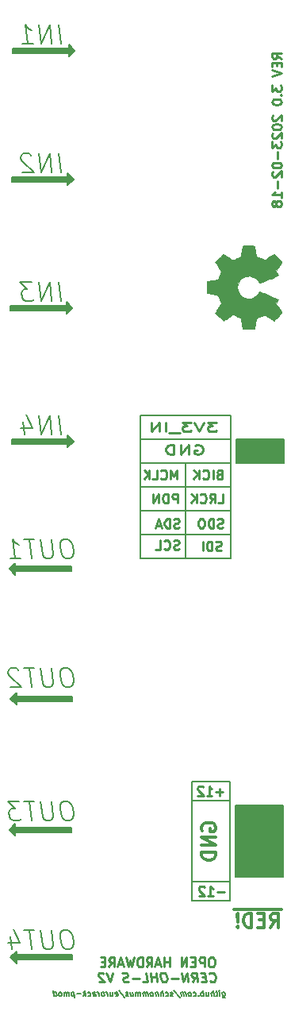
<source format=gbr>
%TF.GenerationSoftware,KiCad,Pcbnew,(6.0.11)*%
%TF.CreationDate,2023-02-21T23:01:44+01:00*%
%TF.ProjectId,eurorack-pmod-pcb,6575726f-7261-4636-9b2d-706d6f642d70,rev?*%
%TF.SameCoordinates,Original*%
%TF.FileFunction,Legend,Bot*%
%TF.FilePolarity,Positive*%
%FSLAX46Y46*%
G04 Gerber Fmt 4.6, Leading zero omitted, Abs format (unit mm)*
G04 Created by KiCad (PCBNEW (6.0.11)) date 2023-02-21 23:01:44*
%MOMM*%
%LPD*%
G01*
G04 APERTURE LIST*
%ADD10C,0.150000*%
%ADD11C,0.250000*%
%ADD12C,0.375000*%
%ADD13C,0.010000*%
G04 APERTURE END LIST*
D10*
X8509000Y-98734800D02*
X4445000Y-98734800D01*
G36*
X-8026400Y-8102600D02*
G01*
X-8661400Y-8737600D01*
X-8661400Y-8356600D01*
X-14630400Y-8356600D01*
X-14630400Y-7848600D01*
X-8661400Y-7848600D01*
X-8661400Y-7467600D01*
X-8026400Y-8102600D01*
G37*
X-8026400Y-8102600D02*
X-8661400Y-8737600D01*
X-8661400Y-8356600D01*
X-14630400Y-8356600D01*
X-14630400Y-7848600D01*
X-8661400Y-7848600D01*
X-8661400Y-7467600D01*
X-8026400Y-8102600D01*
X9194800Y-49530000D02*
X14274800Y-49530000D01*
X14274800Y-49530000D02*
X14274800Y-52070000D01*
X14274800Y-52070000D02*
X9194800Y-52070000D01*
X9194800Y-52070000D02*
X9194800Y-49530000D01*
G36*
X9194800Y-49530000D02*
G01*
X14274800Y-49530000D01*
X14274800Y-52070000D01*
X9194800Y-52070000D01*
X9194800Y-49530000D01*
G37*
X8636000Y-54610000D02*
X-1016000Y-54610000D01*
G36*
X-14376400Y-90906600D02*
G01*
X-8407400Y-90906600D01*
X-8407400Y-91414600D01*
X-14376400Y-91414600D01*
X-14376400Y-91795600D01*
X-15011400Y-91160600D01*
X-14376400Y-90525600D01*
X-14376400Y-90906600D01*
G37*
X-14376400Y-90906600D02*
X-8407400Y-90906600D01*
X-8407400Y-91414600D01*
X-14376400Y-91414600D01*
X-14376400Y-91795600D01*
X-15011400Y-91160600D01*
X-14376400Y-90525600D01*
X-14376400Y-90906600D01*
X4445000Y-98734800D02*
X4445000Y-86034800D01*
X-1016000Y-52070000D02*
X8636000Y-52070000D01*
X8636000Y-49530000D02*
X8636000Y-46990000D01*
X3810000Y-52070000D02*
X3810000Y-62230000D01*
G36*
X-14249400Y-104495600D02*
G01*
X-8280400Y-104495600D01*
X-8280400Y-105003600D01*
X-14249400Y-105003600D01*
X-14249400Y-105384600D01*
X-14884400Y-104749600D01*
X-14249400Y-104114600D01*
X-14249400Y-104495600D01*
G37*
X-14249400Y-104495600D02*
X-8280400Y-104495600D01*
X-8280400Y-105003600D01*
X-14249400Y-105003600D01*
X-14249400Y-105384600D01*
X-14884400Y-104749600D01*
X-14249400Y-104114600D01*
X-14249400Y-104495600D01*
X8636000Y-49530000D02*
X-1016000Y-49530000D01*
X8636000Y-59690000D02*
X-1016000Y-59690000D01*
X8509000Y-96702800D02*
X4445000Y-96702800D01*
X8636000Y-46990000D02*
X-1016000Y-46990000D01*
G36*
X-8153400Y-21818600D02*
G01*
X-8788400Y-22453600D01*
X-8788400Y-22072600D01*
X-14757400Y-22072600D01*
X-14757400Y-21564600D01*
X-8788400Y-21564600D01*
X-8788400Y-21183600D01*
X-8153400Y-21818600D01*
G37*
X-8153400Y-21818600D02*
X-8788400Y-22453600D01*
X-8788400Y-22072600D01*
X-14757400Y-22072600D01*
X-14757400Y-21564600D01*
X-8788400Y-21564600D01*
X-8788400Y-21183600D01*
X-8153400Y-21818600D01*
X8509000Y-88066800D02*
X4445000Y-88066800D01*
X8636000Y-57150000D02*
X-1016000Y-57150000D01*
X4445000Y-86034800D02*
X8509000Y-86034800D01*
X8636000Y-62230000D02*
X-1016000Y-62230000D01*
G36*
X-14376400Y-63093600D02*
G01*
X-8407400Y-63093600D01*
X-8407400Y-63601600D01*
X-14376400Y-63601600D01*
X-14376400Y-63982600D01*
X-15011400Y-63347600D01*
X-14376400Y-62712600D01*
X-14376400Y-63093600D01*
G37*
X-14376400Y-63093600D02*
X-8407400Y-63093600D01*
X-8407400Y-63601600D01*
X-14376400Y-63601600D01*
X-14376400Y-63982600D01*
X-15011400Y-63347600D01*
X-14376400Y-62712600D01*
X-14376400Y-63093600D01*
G36*
X-8153400Y-49758600D02*
G01*
X-8788400Y-50393600D01*
X-8788400Y-50012600D01*
X-14757400Y-50012600D01*
X-14757400Y-49504600D01*
X-8788400Y-49504600D01*
X-8788400Y-49123600D01*
X-8153400Y-49758600D01*
G37*
X-8153400Y-49758600D02*
X-8788400Y-50393600D01*
X-8788400Y-50012600D01*
X-14757400Y-50012600D01*
X-14757400Y-49504600D01*
X-8788400Y-49504600D01*
X-8788400Y-49123600D01*
X-8153400Y-49758600D01*
X-1016000Y-46990000D02*
X-1016000Y-49530000D01*
X8509000Y-86034800D02*
X8509000Y-98734800D01*
G36*
X-14249400Y-76936600D02*
G01*
X-8280400Y-76936600D01*
X-8280400Y-77444600D01*
X-14249400Y-77444600D01*
X-14249400Y-77825600D01*
X-14884400Y-77190600D01*
X-14249400Y-76555600D01*
X-14249400Y-76936600D01*
G37*
X-14249400Y-76936600D02*
X-8280400Y-76936600D01*
X-8280400Y-77444600D01*
X-14249400Y-77444600D01*
X-14249400Y-77825600D01*
X-14884400Y-77190600D01*
X-14249400Y-76555600D01*
X-14249400Y-76936600D01*
X-1016000Y-62230000D02*
X-1016000Y-52070000D01*
G36*
X-8280400Y-35534600D02*
G01*
X-8915400Y-36169600D01*
X-8915400Y-35788600D01*
X-14884400Y-35788600D01*
X-14884400Y-35280600D01*
X-8915400Y-35280600D01*
X-8915400Y-34899600D01*
X-8280400Y-35534600D01*
G37*
X-8280400Y-35534600D02*
X-8915400Y-36169600D01*
X-8915400Y-35788600D01*
X-14884400Y-35788600D01*
X-14884400Y-35280600D01*
X-8915400Y-35280600D01*
X-8915400Y-34899600D01*
X-8280400Y-35534600D01*
X8636000Y-52070000D02*
X8636000Y-49530000D01*
X9111500Y-88574800D02*
X14224000Y-88574800D01*
X14224000Y-88574800D02*
X14224000Y-96215200D01*
X14224000Y-96215200D02*
X9111500Y-96215200D01*
X9111500Y-96215200D02*
X9111500Y-88574800D01*
G36*
X9111500Y-88574800D02*
G01*
X14224000Y-88574800D01*
X14224000Y-96215200D01*
X9111500Y-96215200D01*
X9111500Y-88574800D01*
G37*
X-1016000Y-49530000D02*
X-1016000Y-52070000D01*
X8636000Y-52070000D02*
X8636000Y-62230000D01*
X-9520054Y-7356361D02*
X-9770054Y-5356361D01*
X-10472435Y-7356361D02*
X-10722435Y-5356361D01*
X-11615292Y-7356361D01*
X-11865292Y-5356361D01*
X-13615292Y-7356361D02*
X-12472435Y-7356361D01*
X-13043864Y-7356361D02*
X-13293864Y-5356361D01*
X-13067673Y-5642076D01*
X-12853388Y-5832552D01*
X-12651007Y-5927790D01*
X-9520054Y-49012361D02*
X-9770054Y-47012361D01*
X-10472435Y-49012361D02*
X-10722435Y-47012361D01*
X-11615292Y-49012361D01*
X-11865292Y-47012361D01*
X-13591483Y-47679028D02*
X-13424816Y-49012361D01*
X-13210530Y-46917123D02*
X-12555769Y-48345695D01*
X-13793864Y-48345695D01*
D11*
X2936714Y-56332380D02*
X2936714Y-55332380D01*
X2555761Y-55332380D01*
X2460523Y-55380000D01*
X2412904Y-55427619D01*
X2365285Y-55522857D01*
X2365285Y-55665714D01*
X2412904Y-55760952D01*
X2460523Y-55808571D01*
X2555761Y-55856190D01*
X2936714Y-55856190D01*
X1936714Y-56332380D02*
X1936714Y-55332380D01*
X1698619Y-55332380D01*
X1555761Y-55380000D01*
X1460523Y-55475238D01*
X1412904Y-55570476D01*
X1365285Y-55760952D01*
X1365285Y-55903809D01*
X1412904Y-56094285D01*
X1460523Y-56189523D01*
X1555761Y-56284761D01*
X1698619Y-56332380D01*
X1936714Y-56332380D01*
X936714Y-56332380D02*
X936714Y-55332380D01*
X365285Y-56332380D01*
X365285Y-55332380D01*
D10*
X-9520054Y-34788361D02*
X-9770054Y-32788361D01*
X-10472435Y-34788361D02*
X-10722435Y-32788361D01*
X-11615292Y-34788361D01*
X-11865292Y-32788361D01*
X-12627197Y-32788361D02*
X-13865292Y-32788361D01*
X-13103388Y-33550266D01*
X-13389102Y-33550266D01*
X-13567673Y-33645504D01*
X-13651007Y-33740742D01*
X-13722435Y-33931219D01*
X-13662911Y-34407409D01*
X-13543864Y-34597885D01*
X-13436721Y-34693123D01*
X-13234340Y-34788361D01*
X-12662911Y-34788361D01*
X-12484340Y-34693123D01*
X-12401007Y-34597885D01*
X-8817673Y-73936361D02*
X-9198626Y-73936361D01*
X-9377197Y-74031600D01*
X-9543864Y-74222076D01*
X-9591483Y-74603028D01*
X-9508150Y-75269695D01*
X-9365292Y-75650647D01*
X-9151007Y-75841123D01*
X-8948626Y-75936361D01*
X-8567673Y-75936361D01*
X-8389102Y-75841123D01*
X-8222435Y-75650647D01*
X-8174816Y-75269695D01*
X-8258150Y-74603028D01*
X-8401007Y-74222076D01*
X-8615292Y-74031600D01*
X-8817673Y-73936361D01*
X-10531959Y-73936361D02*
X-10329578Y-75555409D01*
X-10401007Y-75745885D01*
X-10484340Y-75841123D01*
X-10662911Y-75936361D01*
X-11043864Y-75936361D01*
X-11246245Y-75841123D01*
X-11353388Y-75745885D01*
X-11472435Y-75555409D01*
X-11674816Y-73936361D01*
X-12341483Y-73936361D02*
X-13484340Y-73936361D01*
X-12662911Y-75936361D02*
X-12912911Y-73936361D01*
X-14031959Y-74126838D02*
X-14139102Y-74031600D01*
X-14341483Y-73936361D01*
X-14817673Y-73936361D01*
X-14996245Y-74031600D01*
X-15079578Y-74126838D01*
X-15151007Y-74317314D01*
X-15127197Y-74507790D01*
X-14996245Y-74793504D01*
X-13710530Y-75936361D01*
X-14948626Y-75936361D01*
D11*
X7389666Y-53268571D02*
X7246809Y-53316190D01*
X7199190Y-53363809D01*
X7151571Y-53459047D01*
X7151571Y-53601904D01*
X7199190Y-53697142D01*
X7246809Y-53744761D01*
X7342047Y-53792380D01*
X7723000Y-53792380D01*
X7723000Y-52792380D01*
X7389666Y-52792380D01*
X7294428Y-52840000D01*
X7246809Y-52887619D01*
X7199190Y-52982857D01*
X7199190Y-53078095D01*
X7246809Y-53173333D01*
X7294428Y-53220952D01*
X7389666Y-53268571D01*
X7723000Y-53268571D01*
X6723000Y-53792380D02*
X6723000Y-52792380D01*
X5675380Y-53697142D02*
X5723000Y-53744761D01*
X5865857Y-53792380D01*
X5961095Y-53792380D01*
X6103952Y-53744761D01*
X6199190Y-53649523D01*
X6246809Y-53554285D01*
X6294428Y-53363809D01*
X6294428Y-53220952D01*
X6246809Y-53030476D01*
X6199190Y-52935238D01*
X6103952Y-52840000D01*
X5961095Y-52792380D01*
X5865857Y-52792380D01*
X5723000Y-52840000D01*
X5675380Y-52887619D01*
X5246809Y-53792380D02*
X5246809Y-52792380D01*
X4675380Y-53792380D02*
X5103952Y-53220952D01*
X4675380Y-52792380D02*
X5246809Y-53363809D01*
X7937333Y-97790228D02*
X7175428Y-97790228D01*
X6175428Y-98171180D02*
X6746857Y-98171180D01*
X6461142Y-98171180D02*
X6461142Y-97171180D01*
X6556380Y-97314038D01*
X6651619Y-97409276D01*
X6746857Y-97456895D01*
X5794476Y-97266419D02*
X5746857Y-97218800D01*
X5651619Y-97171180D01*
X5413523Y-97171180D01*
X5318285Y-97218800D01*
X5270666Y-97266419D01*
X5223047Y-97361657D01*
X5223047Y-97456895D01*
X5270666Y-97599752D01*
X5842095Y-98171180D01*
X5223047Y-98171180D01*
X6669942Y-104760780D02*
X6479466Y-104760780D01*
X6384228Y-104808400D01*
X6288990Y-104903638D01*
X6241371Y-105094114D01*
X6241371Y-105427447D01*
X6288990Y-105617923D01*
X6384228Y-105713161D01*
X6479466Y-105760780D01*
X6669942Y-105760780D01*
X6765180Y-105713161D01*
X6860419Y-105617923D01*
X6908038Y-105427447D01*
X6908038Y-105094114D01*
X6860419Y-104903638D01*
X6765180Y-104808400D01*
X6669942Y-104760780D01*
X5812799Y-105760780D02*
X5812799Y-104760780D01*
X5431847Y-104760780D01*
X5336609Y-104808400D01*
X5288990Y-104856019D01*
X5241371Y-104951257D01*
X5241371Y-105094114D01*
X5288990Y-105189352D01*
X5336609Y-105236971D01*
X5431847Y-105284590D01*
X5812799Y-105284590D01*
X4812799Y-105236971D02*
X4479466Y-105236971D01*
X4336609Y-105760780D02*
X4812799Y-105760780D01*
X4812799Y-104760780D01*
X4336609Y-104760780D01*
X3908038Y-105760780D02*
X3908038Y-104760780D01*
X3336609Y-105760780D01*
X3336609Y-104760780D01*
X2098514Y-105760780D02*
X2098514Y-104760780D01*
X2098514Y-105236971D02*
X1527085Y-105236971D01*
X1527085Y-105760780D02*
X1527085Y-104760780D01*
X1098514Y-105475066D02*
X622323Y-105475066D01*
X1193752Y-105760780D02*
X860419Y-104760780D01*
X527085Y-105760780D01*
X-377676Y-105760780D02*
X-44342Y-105284590D01*
X193752Y-105760780D02*
X193752Y-104760780D01*
X-187199Y-104760780D01*
X-282438Y-104808400D01*
X-330057Y-104856019D01*
X-377676Y-104951257D01*
X-377676Y-105094114D01*
X-330057Y-105189352D01*
X-282438Y-105236971D01*
X-187199Y-105284590D01*
X193752Y-105284590D01*
X-806247Y-105760780D02*
X-806247Y-104760780D01*
X-1044342Y-104760780D01*
X-1187199Y-104808400D01*
X-1282438Y-104903638D01*
X-1330057Y-104998876D01*
X-1377676Y-105189352D01*
X-1377676Y-105332209D01*
X-1330057Y-105522685D01*
X-1282438Y-105617923D01*
X-1187199Y-105713161D01*
X-1044342Y-105760780D01*
X-806247Y-105760780D01*
X-1711009Y-104760780D02*
X-1949104Y-105760780D01*
X-2139580Y-105046495D01*
X-2330057Y-105760780D01*
X-2568152Y-104760780D01*
X-2901485Y-105475066D02*
X-3377676Y-105475066D01*
X-2806247Y-105760780D02*
X-3139580Y-104760780D01*
X-3472914Y-105760780D01*
X-4377676Y-105760780D02*
X-4044342Y-105284590D01*
X-3806247Y-105760780D02*
X-3806247Y-104760780D01*
X-4187199Y-104760780D01*
X-4282438Y-104808400D01*
X-4330057Y-104856019D01*
X-4377676Y-104951257D01*
X-4377676Y-105094114D01*
X-4330057Y-105189352D01*
X-4282438Y-105236971D01*
X-4187199Y-105284590D01*
X-3806247Y-105284590D01*
X-4806247Y-105236971D02*
X-5139580Y-105236971D01*
X-5282438Y-105760780D02*
X-4806247Y-105760780D01*
X-4806247Y-104760780D01*
X-5282438Y-104760780D01*
X14041380Y-8938571D02*
X13565190Y-8605238D01*
X14041380Y-8367142D02*
X13041380Y-8367142D01*
X13041380Y-8748095D01*
X13089000Y-8843333D01*
X13136619Y-8890952D01*
X13231857Y-8938571D01*
X13374714Y-8938571D01*
X13469952Y-8890952D01*
X13517571Y-8843333D01*
X13565190Y-8748095D01*
X13565190Y-8367142D01*
X13517571Y-9367142D02*
X13517571Y-9700476D01*
X14041380Y-9843333D02*
X14041380Y-9367142D01*
X13041380Y-9367142D01*
X13041380Y-9843333D01*
X13041380Y-10129047D02*
X14041380Y-10462380D01*
X13041380Y-10795714D01*
X13041380Y-11795714D02*
X13041380Y-12414761D01*
X13422333Y-12081428D01*
X13422333Y-12224285D01*
X13469952Y-12319523D01*
X13517571Y-12367142D01*
X13612809Y-12414761D01*
X13850904Y-12414761D01*
X13946142Y-12367142D01*
X13993761Y-12319523D01*
X14041380Y-12224285D01*
X14041380Y-11938571D01*
X13993761Y-11843333D01*
X13946142Y-11795714D01*
X13946142Y-12843333D02*
X13993761Y-12890952D01*
X14041380Y-12843333D01*
X13993761Y-12795714D01*
X13946142Y-12843333D01*
X14041380Y-12843333D01*
X13041380Y-13509999D02*
X13041380Y-13605238D01*
X13089000Y-13700476D01*
X13136619Y-13748095D01*
X13231857Y-13795714D01*
X13422333Y-13843333D01*
X13660428Y-13843333D01*
X13850904Y-13795714D01*
X13946142Y-13748095D01*
X13993761Y-13700476D01*
X14041380Y-13605238D01*
X14041380Y-13509999D01*
X13993761Y-13414761D01*
X13946142Y-13367142D01*
X13850904Y-13319523D01*
X13660428Y-13271904D01*
X13422333Y-13271904D01*
X13231857Y-13319523D01*
X13136619Y-13367142D01*
X13089000Y-13414761D01*
X13041380Y-13509999D01*
X13136619Y-14986190D02*
X13089000Y-15033809D01*
X13041380Y-15129047D01*
X13041380Y-15367142D01*
X13089000Y-15462380D01*
X13136619Y-15509999D01*
X13231857Y-15557619D01*
X13327095Y-15557619D01*
X13469952Y-15509999D01*
X14041380Y-14938571D01*
X14041380Y-15557619D01*
X13041380Y-16176666D02*
X13041380Y-16271904D01*
X13089000Y-16367142D01*
X13136619Y-16414761D01*
X13231857Y-16462380D01*
X13422333Y-16509999D01*
X13660428Y-16509999D01*
X13850904Y-16462380D01*
X13946142Y-16414761D01*
X13993761Y-16367142D01*
X14041380Y-16271904D01*
X14041380Y-16176666D01*
X13993761Y-16081428D01*
X13946142Y-16033809D01*
X13850904Y-15986190D01*
X13660428Y-15938571D01*
X13422333Y-15938571D01*
X13231857Y-15986190D01*
X13136619Y-16033809D01*
X13089000Y-16081428D01*
X13041380Y-16176666D01*
X13136619Y-16890952D02*
X13089000Y-16938571D01*
X13041380Y-17033809D01*
X13041380Y-17271904D01*
X13089000Y-17367142D01*
X13136619Y-17414761D01*
X13231857Y-17462380D01*
X13327095Y-17462380D01*
X13469952Y-17414761D01*
X14041380Y-16843333D01*
X14041380Y-17462380D01*
X13041380Y-17795714D02*
X13041380Y-18414761D01*
X13422333Y-18081428D01*
X13422333Y-18224285D01*
X13469952Y-18319523D01*
X13517571Y-18367142D01*
X13612809Y-18414761D01*
X13850904Y-18414761D01*
X13946142Y-18367142D01*
X13993761Y-18319523D01*
X14041380Y-18224285D01*
X14041380Y-17938571D01*
X13993761Y-17843333D01*
X13946142Y-17795714D01*
X13660428Y-18843333D02*
X13660428Y-19605238D01*
X13041380Y-20271904D02*
X13041380Y-20367142D01*
X13089000Y-20462380D01*
X13136619Y-20509999D01*
X13231857Y-20557619D01*
X13422333Y-20605238D01*
X13660428Y-20605238D01*
X13850904Y-20557619D01*
X13946142Y-20509999D01*
X13993761Y-20462380D01*
X14041380Y-20367142D01*
X14041380Y-20271904D01*
X13993761Y-20176666D01*
X13946142Y-20129047D01*
X13850904Y-20081428D01*
X13660428Y-20033809D01*
X13422333Y-20033809D01*
X13231857Y-20081428D01*
X13136619Y-20129047D01*
X13089000Y-20176666D01*
X13041380Y-20271904D01*
X13136619Y-20986190D02*
X13089000Y-21033809D01*
X13041380Y-21129047D01*
X13041380Y-21367142D01*
X13089000Y-21462380D01*
X13136619Y-21509999D01*
X13231857Y-21557619D01*
X13327095Y-21557619D01*
X13469952Y-21509999D01*
X14041380Y-20938571D01*
X14041380Y-21557619D01*
X13660428Y-21986190D02*
X13660428Y-22748095D01*
X14041380Y-23748095D02*
X14041380Y-23176666D01*
X14041380Y-23462380D02*
X13041380Y-23462380D01*
X13184238Y-23367142D01*
X13279476Y-23271904D01*
X13327095Y-23176666D01*
X13469952Y-24319523D02*
X13422333Y-24224285D01*
X13374714Y-24176666D01*
X13279476Y-24129047D01*
X13231857Y-24129047D01*
X13136619Y-24176666D01*
X13089000Y-24224285D01*
X13041380Y-24319523D01*
X13041380Y-24509999D01*
X13089000Y-24605238D01*
X13136619Y-24652857D01*
X13231857Y-24700476D01*
X13279476Y-24700476D01*
X13374714Y-24652857D01*
X13422333Y-24605238D01*
X13469952Y-24509999D01*
X13469952Y-24319523D01*
X13517571Y-24224285D01*
X13565190Y-24176666D01*
X13660428Y-24129047D01*
X13850904Y-24129047D01*
X13946142Y-24176666D01*
X13993761Y-24224285D01*
X14041380Y-24319523D01*
X14041380Y-24509999D01*
X13993761Y-24605238D01*
X13946142Y-24652857D01*
X13850904Y-24700476D01*
X13660428Y-24700476D01*
X13565190Y-24652857D01*
X13517571Y-24605238D01*
X13469952Y-24509999D01*
X3119285Y-58951761D02*
X2976428Y-58999380D01*
X2738333Y-58999380D01*
X2643095Y-58951761D01*
X2595476Y-58904142D01*
X2547857Y-58808904D01*
X2547857Y-58713666D01*
X2595476Y-58618428D01*
X2643095Y-58570809D01*
X2738333Y-58523190D01*
X2928809Y-58475571D01*
X3024047Y-58427952D01*
X3071666Y-58380333D01*
X3119285Y-58285095D01*
X3119285Y-58189857D01*
X3071666Y-58094619D01*
X3024047Y-58047000D01*
X2928809Y-57999380D01*
X2690714Y-57999380D01*
X2547857Y-58047000D01*
X2119285Y-58999380D02*
X2119285Y-57999380D01*
X1881190Y-57999380D01*
X1738333Y-58047000D01*
X1643095Y-58142238D01*
X1595476Y-58237476D01*
X1547857Y-58427952D01*
X1547857Y-58570809D01*
X1595476Y-58761285D01*
X1643095Y-58856523D01*
X1738333Y-58951761D01*
X1881190Y-58999380D01*
X2119285Y-58999380D01*
X1166904Y-58713666D02*
X690714Y-58713666D01*
X1262142Y-58999380D02*
X928809Y-57999380D01*
X595476Y-58999380D01*
D10*
X7695546Y-108481828D02*
X7756260Y-108967542D01*
X7791975Y-109024685D01*
X7824117Y-109053257D01*
X7884832Y-109081828D01*
X7970546Y-109081828D01*
X8024117Y-109053257D01*
X7741975Y-108853257D02*
X7802689Y-108881828D01*
X7916975Y-108881828D01*
X7970546Y-108853257D01*
X7995546Y-108824685D01*
X8016975Y-108767542D01*
X7995546Y-108596114D01*
X7959832Y-108538971D01*
X7927689Y-108510400D01*
X7866975Y-108481828D01*
X7752689Y-108481828D01*
X7699117Y-108510400D01*
X7459832Y-108881828D02*
X7409832Y-108481828D01*
X7384832Y-108281828D02*
X7416975Y-108310400D01*
X7391975Y-108338971D01*
X7359832Y-108310400D01*
X7384832Y-108281828D01*
X7391975Y-108338971D01*
X7209832Y-108481828D02*
X6981260Y-108481828D01*
X7099117Y-108281828D02*
X7163403Y-108796114D01*
X7141975Y-108853257D01*
X7088403Y-108881828D01*
X7031260Y-108881828D01*
X6831260Y-108881828D02*
X6756260Y-108281828D01*
X6574117Y-108881828D02*
X6534832Y-108567542D01*
X6556260Y-108510400D01*
X6609832Y-108481828D01*
X6695546Y-108481828D01*
X6756260Y-108510400D01*
X6788403Y-108538971D01*
X5981260Y-108481828D02*
X6031260Y-108881828D01*
X6238403Y-108481828D02*
X6277689Y-108796114D01*
X6256260Y-108853257D01*
X6202689Y-108881828D01*
X6116975Y-108881828D01*
X6056260Y-108853257D01*
X6024117Y-108824685D01*
X5745546Y-108881828D02*
X5670546Y-108281828D01*
X5699117Y-108510400D02*
X5638403Y-108481828D01*
X5524117Y-108481828D01*
X5470546Y-108510400D01*
X5445546Y-108538971D01*
X5424117Y-108596114D01*
X5445546Y-108767542D01*
X5481260Y-108824685D01*
X5513403Y-108853257D01*
X5574117Y-108881828D01*
X5688403Y-108881828D01*
X5741975Y-108853257D01*
X5195546Y-108824685D02*
X5170546Y-108853257D01*
X5202689Y-108881828D01*
X5227689Y-108853257D01*
X5195546Y-108824685D01*
X5202689Y-108881828D01*
X4656260Y-108853257D02*
X4716975Y-108881828D01*
X4831260Y-108881828D01*
X4884832Y-108853257D01*
X4909832Y-108824685D01*
X4931260Y-108767542D01*
X4909832Y-108596114D01*
X4874117Y-108538971D01*
X4841975Y-108510400D01*
X4781260Y-108481828D01*
X4666975Y-108481828D01*
X4613403Y-108510400D01*
X4316975Y-108881828D02*
X4370546Y-108853257D01*
X4395546Y-108824685D01*
X4416975Y-108767542D01*
X4395546Y-108596114D01*
X4359832Y-108538971D01*
X4327689Y-108510400D01*
X4266975Y-108481828D01*
X4181260Y-108481828D01*
X4127689Y-108510400D01*
X4102689Y-108538971D01*
X4081260Y-108596114D01*
X4102689Y-108767542D01*
X4138403Y-108824685D01*
X4170546Y-108853257D01*
X4231260Y-108881828D01*
X4316975Y-108881828D01*
X3859832Y-108881828D02*
X3809832Y-108481828D01*
X3816975Y-108538971D02*
X3784832Y-108510400D01*
X3724117Y-108481828D01*
X3638403Y-108481828D01*
X3584832Y-108510400D01*
X3563403Y-108567542D01*
X3602689Y-108881828D01*
X3563403Y-108567542D02*
X3527689Y-108510400D01*
X3466975Y-108481828D01*
X3381260Y-108481828D01*
X3327689Y-108510400D01*
X3306260Y-108567542D01*
X3345546Y-108881828D01*
X2552689Y-108253257D02*
X3163403Y-109024685D01*
X2456260Y-108853257D02*
X2402689Y-108881828D01*
X2288403Y-108881828D01*
X2227689Y-108853257D01*
X2191975Y-108796114D01*
X2188403Y-108767542D01*
X2209832Y-108710400D01*
X2263403Y-108681828D01*
X2349117Y-108681828D01*
X2402689Y-108653257D01*
X2424117Y-108596114D01*
X2420546Y-108567542D01*
X2384832Y-108510400D01*
X2324117Y-108481828D01*
X2238403Y-108481828D01*
X2184832Y-108510400D01*
X1684832Y-108853257D02*
X1745546Y-108881828D01*
X1859832Y-108881828D01*
X1913403Y-108853257D01*
X1938403Y-108824685D01*
X1959832Y-108767542D01*
X1938403Y-108596114D01*
X1902689Y-108538971D01*
X1870546Y-108510400D01*
X1809832Y-108481828D01*
X1695546Y-108481828D01*
X1641975Y-108510400D01*
X1431260Y-108881828D02*
X1356260Y-108281828D01*
X1174117Y-108881828D02*
X1134832Y-108567542D01*
X1156260Y-108510400D01*
X1209832Y-108481828D01*
X1295546Y-108481828D01*
X1356260Y-108510400D01*
X1388403Y-108538971D01*
X838403Y-108481828D02*
X888403Y-108881828D01*
X845546Y-108538971D02*
X813403Y-108510400D01*
X752689Y-108481828D01*
X666975Y-108481828D01*
X613403Y-108510400D01*
X591975Y-108567542D01*
X631260Y-108881828D01*
X259832Y-108881828D02*
X313403Y-108853257D01*
X338403Y-108824685D01*
X359832Y-108767542D01*
X338403Y-108596114D01*
X302689Y-108538971D01*
X270546Y-108510400D01*
X209832Y-108481828D01*
X124117Y-108481828D01*
X70546Y-108510400D01*
X45546Y-108538971D01*
X24117Y-108596114D01*
X45546Y-108767542D01*
X81260Y-108824685D01*
X113403Y-108853257D01*
X174117Y-108881828D01*
X259832Y-108881828D01*
X-197310Y-108881828D02*
X-247310Y-108481828D01*
X-240167Y-108538971D02*
X-272310Y-108510400D01*
X-333025Y-108481828D01*
X-418739Y-108481828D01*
X-472310Y-108510400D01*
X-493739Y-108567542D01*
X-454453Y-108881828D01*
X-493739Y-108567542D02*
X-529453Y-108510400D01*
X-590167Y-108481828D01*
X-675882Y-108481828D01*
X-729453Y-108510400D01*
X-750882Y-108567542D01*
X-711596Y-108881828D01*
X-997310Y-108881828D02*
X-1047310Y-108481828D01*
X-1040167Y-108538971D02*
X-1072310Y-108510400D01*
X-1133025Y-108481828D01*
X-1218739Y-108481828D01*
X-1272310Y-108510400D01*
X-1293739Y-108567542D01*
X-1254453Y-108881828D01*
X-1293739Y-108567542D02*
X-1329453Y-108510400D01*
X-1390167Y-108481828D01*
X-1475882Y-108481828D01*
X-1529453Y-108510400D01*
X-1550882Y-108567542D01*
X-1511596Y-108881828D01*
X-2104453Y-108481828D02*
X-2054453Y-108881828D01*
X-1847310Y-108481828D02*
X-1808025Y-108796114D01*
X-1829453Y-108853257D01*
X-1883025Y-108881828D01*
X-1968739Y-108881828D01*
X-2029453Y-108853257D01*
X-2061596Y-108824685D01*
X-2315167Y-108853257D02*
X-2368739Y-108881828D01*
X-2483025Y-108881828D01*
X-2543739Y-108853257D01*
X-2579453Y-108796114D01*
X-2583025Y-108767542D01*
X-2561596Y-108710400D01*
X-2508025Y-108681828D01*
X-2422310Y-108681828D01*
X-2368739Y-108653257D01*
X-2347310Y-108596114D01*
X-2350882Y-108567542D01*
X-2386596Y-108510400D01*
X-2447310Y-108481828D01*
X-2533025Y-108481828D01*
X-2586596Y-108510400D01*
X-3333025Y-108253257D02*
X-2722310Y-109024685D01*
X-3686596Y-108853257D02*
X-3625882Y-108881828D01*
X-3511596Y-108881828D01*
X-3458025Y-108853257D01*
X-3436596Y-108796114D01*
X-3465167Y-108567542D01*
X-3500882Y-108510400D01*
X-3561596Y-108481828D01*
X-3675882Y-108481828D01*
X-3729453Y-108510400D01*
X-3750882Y-108567542D01*
X-3743739Y-108624685D01*
X-3450882Y-108681828D01*
X-4275882Y-108481828D02*
X-4225882Y-108881828D01*
X-4018739Y-108481828D02*
X-3979453Y-108796114D01*
X-4000882Y-108853257D01*
X-4054453Y-108881828D01*
X-4140167Y-108881828D01*
X-4200882Y-108853257D01*
X-4233025Y-108824685D01*
X-4511596Y-108881828D02*
X-4561596Y-108481828D01*
X-4547310Y-108596114D02*
X-4583025Y-108538971D01*
X-4615167Y-108510400D01*
X-4675882Y-108481828D01*
X-4733025Y-108481828D01*
X-4968739Y-108881828D02*
X-4915167Y-108853257D01*
X-4890167Y-108824685D01*
X-4868739Y-108767542D01*
X-4890167Y-108596114D01*
X-4925882Y-108538971D01*
X-4958025Y-108510400D01*
X-5018739Y-108481828D01*
X-5104453Y-108481828D01*
X-5158025Y-108510400D01*
X-5183025Y-108538971D01*
X-5204453Y-108596114D01*
X-5183025Y-108767542D01*
X-5147310Y-108824685D01*
X-5115167Y-108853257D01*
X-5054453Y-108881828D01*
X-4968739Y-108881828D01*
X-5425882Y-108881828D02*
X-5475882Y-108481828D01*
X-5461596Y-108596114D02*
X-5497310Y-108538971D01*
X-5529453Y-108510400D01*
X-5590167Y-108481828D01*
X-5647310Y-108481828D01*
X-6054453Y-108881828D02*
X-6093739Y-108567542D01*
X-6072310Y-108510400D01*
X-6018739Y-108481828D01*
X-5904453Y-108481828D01*
X-5843739Y-108510400D01*
X-6058025Y-108853257D02*
X-5997310Y-108881828D01*
X-5854453Y-108881828D01*
X-5800882Y-108853257D01*
X-5779453Y-108796114D01*
X-5786596Y-108738971D01*
X-5822310Y-108681828D01*
X-5883025Y-108653257D01*
X-6025882Y-108653257D01*
X-6086596Y-108624685D01*
X-6600882Y-108853257D02*
X-6540167Y-108881828D01*
X-6425882Y-108881828D01*
X-6372310Y-108853257D01*
X-6347310Y-108824685D01*
X-6325882Y-108767542D01*
X-6347310Y-108596114D01*
X-6383025Y-108538971D01*
X-6415167Y-108510400D01*
X-6475882Y-108481828D01*
X-6590167Y-108481828D01*
X-6643739Y-108510400D01*
X-6854453Y-108881828D02*
X-6929453Y-108281828D01*
X-6940167Y-108653257D02*
X-7083025Y-108881828D01*
X-7133025Y-108481828D02*
X-6875882Y-108710400D01*
X-7368739Y-108653257D02*
X-7825882Y-108653257D01*
X-8133025Y-108481828D02*
X-8058025Y-109081828D01*
X-8129453Y-108510400D02*
X-8190167Y-108481828D01*
X-8304453Y-108481828D01*
X-8358025Y-108510400D01*
X-8383025Y-108538971D01*
X-8404453Y-108596114D01*
X-8383025Y-108767542D01*
X-8347310Y-108824685D01*
X-8315167Y-108853257D01*
X-8254453Y-108881828D01*
X-8140167Y-108881828D01*
X-8086596Y-108853257D01*
X-8625882Y-108881828D02*
X-8675882Y-108481828D01*
X-8668739Y-108538971D02*
X-8700882Y-108510400D01*
X-8761596Y-108481828D01*
X-8847310Y-108481828D01*
X-8900882Y-108510400D01*
X-8922310Y-108567542D01*
X-8883025Y-108881828D01*
X-8922310Y-108567542D02*
X-8958025Y-108510400D01*
X-9018739Y-108481828D01*
X-9104453Y-108481828D01*
X-9158025Y-108510400D01*
X-9179453Y-108567542D01*
X-9140167Y-108881828D01*
X-9511596Y-108881828D02*
X-9458025Y-108853257D01*
X-9433025Y-108824685D01*
X-9411596Y-108767542D01*
X-9433025Y-108596114D01*
X-9468739Y-108538971D01*
X-9500882Y-108510400D01*
X-9561596Y-108481828D01*
X-9647310Y-108481828D01*
X-9700882Y-108510400D01*
X-9725882Y-108538971D01*
X-9747310Y-108596114D01*
X-9725882Y-108767542D01*
X-9690167Y-108824685D01*
X-9658025Y-108853257D01*
X-9597310Y-108881828D01*
X-9511596Y-108881828D01*
X-10225882Y-108881828D02*
X-10300882Y-108281828D01*
X-10229453Y-108853257D02*
X-10168739Y-108881828D01*
X-10054453Y-108881828D01*
X-10000882Y-108853257D01*
X-9975882Y-108824685D01*
X-9954453Y-108767542D01*
X-9975882Y-108596114D01*
X-10011596Y-108538971D01*
X-10043739Y-108510400D01*
X-10104453Y-108481828D01*
X-10218739Y-108481828D01*
X-10272310Y-108510400D01*
X-8817673Y-88160361D02*
X-9198626Y-88160361D01*
X-9377197Y-88255600D01*
X-9543864Y-88446076D01*
X-9591483Y-88827028D01*
X-9508150Y-89493695D01*
X-9365292Y-89874647D01*
X-9151007Y-90065123D01*
X-8948626Y-90160361D01*
X-8567673Y-90160361D01*
X-8389102Y-90065123D01*
X-8222435Y-89874647D01*
X-8174816Y-89493695D01*
X-8258150Y-88827028D01*
X-8401007Y-88446076D01*
X-8615292Y-88255600D01*
X-8817673Y-88160361D01*
X-10531959Y-88160361D02*
X-10329578Y-89779409D01*
X-10401007Y-89969885D01*
X-10484340Y-90065123D01*
X-10662911Y-90160361D01*
X-11043864Y-90160361D01*
X-11246245Y-90065123D01*
X-11353388Y-89969885D01*
X-11472435Y-89779409D01*
X-11674816Y-88160361D01*
X-12341483Y-88160361D02*
X-13484340Y-88160361D01*
X-12662911Y-90160361D02*
X-12912911Y-88160361D01*
X-13960530Y-88160361D02*
X-15198626Y-88160361D01*
X-14436721Y-88922266D01*
X-14722435Y-88922266D01*
X-14901007Y-89017504D01*
X-14984340Y-89112742D01*
X-15055769Y-89303219D01*
X-14996245Y-89779409D01*
X-14877197Y-89969885D01*
X-14770054Y-90065123D01*
X-14567673Y-90160361D01*
X-13996245Y-90160361D01*
X-13817673Y-90065123D01*
X-13734340Y-89969885D01*
X-9520054Y-21072361D02*
X-9770054Y-19072361D01*
X-10472435Y-21072361D02*
X-10722435Y-19072361D01*
X-11615292Y-21072361D01*
X-11865292Y-19072361D01*
X-12698626Y-19262838D02*
X-12805769Y-19167600D01*
X-13008150Y-19072361D01*
X-13484340Y-19072361D01*
X-13662911Y-19167600D01*
X-13746245Y-19262838D01*
X-13817673Y-19453314D01*
X-13793864Y-19643790D01*
X-13662911Y-19929504D01*
X-12377197Y-21072361D01*
X-13615292Y-21072361D01*
D12*
X5600000Y-91241942D02*
X5528571Y-91099085D01*
X5528571Y-90884800D01*
X5600000Y-90670514D01*
X5742857Y-90527657D01*
X5885714Y-90456228D01*
X6171428Y-90384800D01*
X6385714Y-90384800D01*
X6671428Y-90456228D01*
X6814285Y-90527657D01*
X6957142Y-90670514D01*
X7028571Y-90884800D01*
X7028571Y-91027657D01*
X6957142Y-91241942D01*
X6885714Y-91313371D01*
X6385714Y-91313371D01*
X6385714Y-91027657D01*
X7028571Y-91956228D02*
X5528571Y-91956228D01*
X7028571Y-92813371D01*
X5528571Y-92813371D01*
X7028571Y-93527657D02*
X5528571Y-93527657D01*
X5528571Y-93884800D01*
X5600000Y-94099085D01*
X5742857Y-94241942D01*
X5885714Y-94313371D01*
X6171428Y-94384800D01*
X6385714Y-94384800D01*
X6671428Y-94313371D01*
X6814285Y-94241942D01*
X6957142Y-94099085D01*
X7028571Y-93884800D01*
X7028571Y-93527657D01*
D10*
X-8817673Y-101876361D02*
X-9198626Y-101876361D01*
X-9377197Y-101971600D01*
X-9543864Y-102162076D01*
X-9591483Y-102543028D01*
X-9508150Y-103209695D01*
X-9365292Y-103590647D01*
X-9151007Y-103781123D01*
X-8948626Y-103876361D01*
X-8567673Y-103876361D01*
X-8389102Y-103781123D01*
X-8222435Y-103590647D01*
X-8174816Y-103209695D01*
X-8258150Y-102543028D01*
X-8401007Y-102162076D01*
X-8615292Y-101971600D01*
X-8817673Y-101876361D01*
X-10531959Y-101876361D02*
X-10329578Y-103495409D01*
X-10401007Y-103685885D01*
X-10484340Y-103781123D01*
X-10662911Y-103876361D01*
X-11043864Y-103876361D01*
X-11246245Y-103781123D01*
X-11353388Y-103685885D01*
X-11472435Y-103495409D01*
X-11674816Y-101876361D01*
X-12341483Y-101876361D02*
X-13484340Y-101876361D01*
X-12662911Y-103876361D02*
X-12912911Y-101876361D01*
X-14924816Y-102543028D02*
X-14758150Y-103876361D01*
X-14543864Y-101781123D02*
X-13889102Y-103209695D01*
X-15127197Y-103209695D01*
D11*
X7127428Y-47712380D02*
X6198857Y-47712380D01*
X6698857Y-48093333D01*
X6484571Y-48093333D01*
X6341714Y-48140952D01*
X6270285Y-48188571D01*
X6198857Y-48283809D01*
X6198857Y-48521904D01*
X6270285Y-48617142D01*
X6341714Y-48664761D01*
X6484571Y-48712380D01*
X6913142Y-48712380D01*
X7056000Y-48664761D01*
X7127428Y-48617142D01*
X5770285Y-47712380D02*
X5270285Y-48712380D01*
X4770285Y-47712380D01*
X4413142Y-47712380D02*
X3484571Y-47712380D01*
X3984571Y-48093333D01*
X3770285Y-48093333D01*
X3627428Y-48140952D01*
X3556000Y-48188571D01*
X3484571Y-48283809D01*
X3484571Y-48521904D01*
X3556000Y-48617142D01*
X3627428Y-48664761D01*
X3770285Y-48712380D01*
X4198857Y-48712380D01*
X4341714Y-48664761D01*
X4413142Y-48617142D01*
X3198857Y-48807619D02*
X2056000Y-48807619D01*
X1698857Y-48712380D02*
X1698857Y-47712380D01*
X984571Y-48712380D02*
X984571Y-47712380D01*
X127428Y-48712380D01*
X127428Y-47712380D01*
X6413015Y-107291142D02*
X6466586Y-107338761D01*
X6615396Y-107386380D01*
X6710634Y-107386380D01*
X6847539Y-107338761D01*
X6930872Y-107243523D01*
X6966586Y-107148285D01*
X6990396Y-106957809D01*
X6972539Y-106814952D01*
X6901110Y-106624476D01*
X6841586Y-106529238D01*
X6734444Y-106434000D01*
X6585634Y-106386380D01*
X6490396Y-106386380D01*
X6353491Y-106434000D01*
X6311825Y-106481619D01*
X5930872Y-106862571D02*
X5597539Y-106862571D01*
X5520158Y-107386380D02*
X5996348Y-107386380D01*
X5871348Y-106386380D01*
X5395158Y-106386380D01*
X4520158Y-107386380D02*
X4793967Y-106910190D01*
X5091586Y-107386380D02*
X4966586Y-106386380D01*
X4585634Y-106386380D01*
X4496348Y-106434000D01*
X4454682Y-106481619D01*
X4418967Y-106576857D01*
X4436825Y-106719714D01*
X4496348Y-106814952D01*
X4549920Y-106862571D01*
X4651110Y-106910190D01*
X5032063Y-106910190D01*
X4091586Y-107386380D02*
X3966586Y-106386380D01*
X3520158Y-107386380D01*
X3395158Y-106386380D01*
X2996348Y-107005428D02*
X2234444Y-107005428D01*
X1490396Y-106386380D02*
X1299920Y-106386380D01*
X1210634Y-106434000D01*
X1127301Y-106529238D01*
X1103491Y-106719714D01*
X1145158Y-107053047D01*
X1216586Y-107243523D01*
X1323729Y-107338761D01*
X1424920Y-107386380D01*
X1615396Y-107386380D01*
X1704682Y-107338761D01*
X1788015Y-107243523D01*
X1811825Y-107053047D01*
X1770158Y-106719714D01*
X1698729Y-106529238D01*
X1591586Y-106434000D01*
X1490396Y-106386380D01*
X758253Y-107386380D02*
X633253Y-106386380D01*
X692777Y-106862571D02*
X121348Y-106862571D01*
X186825Y-107386380D02*
X61825Y-106386380D01*
X-765555Y-107386380D02*
X-289365Y-107386380D01*
X-414365Y-106386380D01*
X-1146508Y-107005428D02*
X-1908413Y-107005428D01*
X-2295317Y-107338761D02*
X-2432222Y-107386380D01*
X-2670317Y-107386380D01*
X-2771508Y-107338761D01*
X-2825079Y-107291142D01*
X-2884603Y-107195904D01*
X-2896508Y-107100666D01*
X-2860794Y-107005428D01*
X-2819127Y-106957809D01*
X-2729841Y-106910190D01*
X-2545317Y-106862571D01*
X-2456032Y-106814952D01*
X-2414365Y-106767333D01*
X-2378651Y-106672095D01*
X-2390555Y-106576857D01*
X-2450079Y-106481619D01*
X-2503651Y-106434000D01*
X-2604841Y-106386380D01*
X-2842936Y-106386380D01*
X-2979841Y-106434000D01*
X-4033413Y-106386380D02*
X-4241746Y-107386380D01*
X-4700079Y-106386380D01*
X-4973889Y-106481619D02*
X-5027460Y-106434000D01*
X-5128651Y-106386380D01*
X-5366746Y-106386380D01*
X-5456032Y-106434000D01*
X-5497698Y-106481619D01*
X-5533413Y-106576857D01*
X-5521508Y-106672095D01*
X-5456032Y-106814952D01*
X-4813174Y-107386380D01*
X-5432222Y-107386380D01*
D12*
X14067314Y-99643800D02*
X12567314Y-99643800D01*
X12853028Y-101567371D02*
X13353028Y-100853085D01*
X13710171Y-101567371D02*
X13710171Y-100067371D01*
X13138742Y-100067371D01*
X12995885Y-100138800D01*
X12924457Y-100210228D01*
X12853028Y-100353085D01*
X12853028Y-100567371D01*
X12924457Y-100710228D01*
X12995885Y-100781657D01*
X13138742Y-100853085D01*
X13710171Y-100853085D01*
X12567314Y-99643800D02*
X11210171Y-99643800D01*
X12210171Y-100781657D02*
X11710171Y-100781657D01*
X11495885Y-101567371D02*
X12210171Y-101567371D01*
X12210171Y-100067371D01*
X11495885Y-100067371D01*
X11210171Y-99643800D02*
X9710171Y-99643800D01*
X10853028Y-101567371D02*
X10853028Y-100067371D01*
X10495885Y-100067371D01*
X10281600Y-100138800D01*
X10138742Y-100281657D01*
X10067314Y-100424514D01*
X9995885Y-100710228D01*
X9995885Y-100924514D01*
X10067314Y-101210228D01*
X10138742Y-101353085D01*
X10281600Y-101495942D01*
X10495885Y-101567371D01*
X10853028Y-101567371D01*
X9710171Y-99643800D02*
X8995885Y-99643800D01*
X9353028Y-101424514D02*
X9281600Y-101495942D01*
X9353028Y-101567371D01*
X9424457Y-101495942D01*
X9353028Y-101424514D01*
X9353028Y-101567371D01*
X9353028Y-100995942D02*
X9424457Y-100138800D01*
X9353028Y-100067371D01*
X9281600Y-100138800D01*
X9353028Y-100995942D01*
X9353028Y-100067371D01*
D11*
X7627809Y-61364761D02*
X7484952Y-61412380D01*
X7246857Y-61412380D01*
X7151619Y-61364761D01*
X7104000Y-61317142D01*
X7056380Y-61221904D01*
X7056380Y-61126666D01*
X7104000Y-61031428D01*
X7151619Y-60983809D01*
X7246857Y-60936190D01*
X7437333Y-60888571D01*
X7532571Y-60840952D01*
X7580190Y-60793333D01*
X7627809Y-60698095D01*
X7627809Y-60602857D01*
X7580190Y-60507619D01*
X7532571Y-60460000D01*
X7437333Y-60412380D01*
X7199238Y-60412380D01*
X7056380Y-60460000D01*
X6627809Y-61412380D02*
X6627809Y-60412380D01*
X6389714Y-60412380D01*
X6246857Y-60460000D01*
X6151619Y-60555238D01*
X6103999Y-60650476D01*
X6056380Y-60840952D01*
X6056380Y-60983809D01*
X6103999Y-61174285D01*
X6151619Y-61269523D01*
X6246857Y-61364761D01*
X6389714Y-61412380D01*
X6627809Y-61412380D01*
X5627809Y-61412380D02*
X5627809Y-60412380D01*
X7786523Y-58951761D02*
X7643666Y-58999380D01*
X7405571Y-58999380D01*
X7310333Y-58951761D01*
X7262714Y-58904142D01*
X7215095Y-58808904D01*
X7215095Y-58713666D01*
X7262714Y-58618428D01*
X7310333Y-58570809D01*
X7405571Y-58523190D01*
X7596047Y-58475571D01*
X7691285Y-58427952D01*
X7738904Y-58380333D01*
X7786523Y-58285095D01*
X7786523Y-58189857D01*
X7738904Y-58094619D01*
X7691285Y-58047000D01*
X7596047Y-57999380D01*
X7357952Y-57999380D01*
X7215095Y-58047000D01*
X6786523Y-58999380D02*
X6786523Y-57999380D01*
X6548428Y-57999380D01*
X6405571Y-58047000D01*
X6310333Y-58142238D01*
X6262714Y-58237476D01*
X6215095Y-58427952D01*
X6215095Y-58570809D01*
X6262714Y-58761285D01*
X6310333Y-58856523D01*
X6405571Y-58951761D01*
X6548428Y-58999380D01*
X6786523Y-58999380D01*
X5596047Y-57999380D02*
X5405571Y-57999380D01*
X5310333Y-58047000D01*
X5215095Y-58142238D01*
X5167476Y-58332714D01*
X5167476Y-58666047D01*
X5215095Y-58856523D01*
X5310333Y-58951761D01*
X5405571Y-58999380D01*
X5596047Y-58999380D01*
X5691285Y-58951761D01*
X5786523Y-58856523D01*
X5834142Y-58666047D01*
X5834142Y-58332714D01*
X5786523Y-58142238D01*
X5691285Y-58047000D01*
X5596047Y-57999380D01*
X7286476Y-56332380D02*
X7762666Y-56332380D01*
X7762666Y-55332380D01*
X6381714Y-56332380D02*
X6715047Y-55856190D01*
X6953142Y-56332380D02*
X6953142Y-55332380D01*
X6572190Y-55332380D01*
X6476952Y-55380000D01*
X6429333Y-55427619D01*
X6381714Y-55522857D01*
X6381714Y-55665714D01*
X6429333Y-55760952D01*
X6476952Y-55808571D01*
X6572190Y-55856190D01*
X6953142Y-55856190D01*
X5381714Y-56237142D02*
X5429333Y-56284761D01*
X5572190Y-56332380D01*
X5667428Y-56332380D01*
X5810285Y-56284761D01*
X5905523Y-56189523D01*
X5953142Y-56094285D01*
X6000761Y-55903809D01*
X6000761Y-55760952D01*
X5953142Y-55570476D01*
X5905523Y-55475238D01*
X5810285Y-55380000D01*
X5667428Y-55332380D01*
X5572190Y-55332380D01*
X5429333Y-55380000D01*
X5381714Y-55427619D01*
X4953142Y-56332380D02*
X4953142Y-55332380D01*
X4381714Y-56332380D02*
X4810285Y-55760952D01*
X4381714Y-55332380D02*
X4953142Y-55903809D01*
X2881095Y-53792380D02*
X2881095Y-52792380D01*
X2547761Y-53506666D01*
X2214428Y-52792380D01*
X2214428Y-53792380D01*
X1166809Y-53697142D02*
X1214428Y-53744761D01*
X1357285Y-53792380D01*
X1452523Y-53792380D01*
X1595380Y-53744761D01*
X1690619Y-53649523D01*
X1738238Y-53554285D01*
X1785857Y-53363809D01*
X1785857Y-53220952D01*
X1738238Y-53030476D01*
X1690619Y-52935238D01*
X1595380Y-52840000D01*
X1452523Y-52792380D01*
X1357285Y-52792380D01*
X1214428Y-52840000D01*
X1166809Y-52887619D01*
X262047Y-53792380D02*
X738238Y-53792380D01*
X738238Y-52792380D01*
X-71285Y-53792380D02*
X-71285Y-52792380D01*
X-642714Y-53792380D02*
X-214142Y-53220952D01*
X-642714Y-52792380D02*
X-71285Y-53363809D01*
X4825857Y-50173000D02*
X4968714Y-50125380D01*
X5183000Y-50125380D01*
X5397285Y-50173000D01*
X5540142Y-50268238D01*
X5611571Y-50363476D01*
X5683000Y-50553952D01*
X5683000Y-50696809D01*
X5611571Y-50887285D01*
X5540142Y-50982523D01*
X5397285Y-51077761D01*
X5183000Y-51125380D01*
X5040142Y-51125380D01*
X4825857Y-51077761D01*
X4754428Y-51030142D01*
X4754428Y-50696809D01*
X5040142Y-50696809D01*
X4111571Y-51125380D02*
X4111571Y-50125380D01*
X3254428Y-51125380D01*
X3254428Y-50125380D01*
X2540142Y-51125380D02*
X2540142Y-50125380D01*
X2183000Y-50125380D01*
X1968714Y-50173000D01*
X1825857Y-50268238D01*
X1754428Y-50363476D01*
X1683000Y-50553952D01*
X1683000Y-50696809D01*
X1754428Y-50887285D01*
X1825857Y-50982523D01*
X1968714Y-51077761D01*
X2183000Y-51125380D01*
X2540142Y-51125380D01*
D10*
X-8817673Y-60220361D02*
X-9198626Y-60220361D01*
X-9377197Y-60315600D01*
X-9543864Y-60506076D01*
X-9591483Y-60887028D01*
X-9508150Y-61553695D01*
X-9365292Y-61934647D01*
X-9151007Y-62125123D01*
X-8948626Y-62220361D01*
X-8567673Y-62220361D01*
X-8389102Y-62125123D01*
X-8222435Y-61934647D01*
X-8174816Y-61553695D01*
X-8258150Y-60887028D01*
X-8401007Y-60506076D01*
X-8615292Y-60315600D01*
X-8817673Y-60220361D01*
X-10531959Y-60220361D02*
X-10329578Y-61839409D01*
X-10401007Y-62029885D01*
X-10484340Y-62125123D01*
X-10662911Y-62220361D01*
X-11043864Y-62220361D01*
X-11246245Y-62125123D01*
X-11353388Y-62029885D01*
X-11472435Y-61839409D01*
X-11674816Y-60220361D01*
X-12341483Y-60220361D02*
X-13484340Y-60220361D01*
X-12662911Y-62220361D02*
X-12912911Y-60220361D01*
X-14948626Y-62220361D02*
X-13805769Y-62220361D01*
X-14377197Y-62220361D02*
X-14627197Y-60220361D01*
X-14401007Y-60506076D01*
X-14186721Y-60696552D01*
X-13984340Y-60791790D01*
D11*
X3095476Y-61237761D02*
X2952619Y-61285380D01*
X2714523Y-61285380D01*
X2619285Y-61237761D01*
X2571666Y-61190142D01*
X2524047Y-61094904D01*
X2524047Y-60999666D01*
X2571666Y-60904428D01*
X2619285Y-60856809D01*
X2714523Y-60809190D01*
X2905000Y-60761571D01*
X3000238Y-60713952D01*
X3047857Y-60666333D01*
X3095476Y-60571095D01*
X3095476Y-60475857D01*
X3047857Y-60380619D01*
X3000238Y-60333000D01*
X2905000Y-60285380D01*
X2666904Y-60285380D01*
X2524047Y-60333000D01*
X1524047Y-61190142D02*
X1571666Y-61237761D01*
X1714523Y-61285380D01*
X1809761Y-61285380D01*
X1952619Y-61237761D01*
X2047857Y-61142523D01*
X2095476Y-61047285D01*
X2143095Y-60856809D01*
X2143095Y-60713952D01*
X2095476Y-60523476D01*
X2047857Y-60428238D01*
X1952619Y-60333000D01*
X1809761Y-60285380D01*
X1714523Y-60285380D01*
X1571666Y-60333000D01*
X1524047Y-60380619D01*
X619285Y-61285380D02*
X1095476Y-61285380D01*
X1095476Y-60285380D01*
X7810333Y-87122228D02*
X7048428Y-87122228D01*
X7429380Y-87503180D02*
X7429380Y-86741276D01*
X6048428Y-87503180D02*
X6619857Y-87503180D01*
X6334142Y-87503180D02*
X6334142Y-86503180D01*
X6429380Y-86646038D01*
X6524619Y-86741276D01*
X6619857Y-86788895D01*
X5667476Y-86598419D02*
X5619857Y-86550800D01*
X5524619Y-86503180D01*
X5286523Y-86503180D01*
X5191285Y-86550800D01*
X5143666Y-86598419D01*
X5096047Y-86693657D01*
X5096047Y-86788895D01*
X5143666Y-86931752D01*
X5715095Y-87503180D01*
X5096047Y-87503180D01*
%TO.C,REF\u002A\u002A*%
G36*
X10635627Y-28890351D02*
G01*
X10781167Y-28893041D01*
X10911576Y-28897777D01*
X11018221Y-28904554D01*
X11092473Y-28913365D01*
X11125700Y-28924206D01*
X11129448Y-28930784D01*
X11145524Y-28979846D01*
X11166793Y-29064954D01*
X11190927Y-29176271D01*
X11215598Y-29303961D01*
X11223455Y-29347044D01*
X11259997Y-29546028D01*
X11289365Y-29702413D01*
X11312776Y-29821618D01*
X11331449Y-29909064D01*
X11346601Y-29970173D01*
X11359450Y-30010366D01*
X11371213Y-30035063D01*
X11383108Y-30049685D01*
X11385104Y-30051385D01*
X11426726Y-30075297D01*
X11502885Y-30110682D01*
X11604648Y-30154109D01*
X11723079Y-30202150D01*
X11849244Y-30251376D01*
X11974209Y-30298356D01*
X12089039Y-30339661D01*
X12184799Y-30371862D01*
X12252555Y-30391530D01*
X12283372Y-30395236D01*
X12287370Y-30392758D01*
X12326039Y-30367112D01*
X12397362Y-30318881D01*
X12494769Y-30252539D01*
X12611689Y-30172555D01*
X12741553Y-30083403D01*
X12777283Y-30058936D01*
X12905445Y-29972898D01*
X13020063Y-29898542D01*
X13114342Y-29840113D01*
X13181484Y-29801854D01*
X13214690Y-29788009D01*
X13223420Y-29790992D01*
X13266437Y-29822090D01*
X13336685Y-29883446D01*
X13429434Y-29970664D01*
X13539957Y-30079352D01*
X13663526Y-30205116D01*
X13732690Y-30277001D01*
X13840412Y-30390661D01*
X13932680Y-30490144D01*
X14004636Y-30570106D01*
X14051423Y-30625206D01*
X14068182Y-30650103D01*
X14061970Y-30667208D01*
X14032581Y-30719872D01*
X13984518Y-30796352D01*
X13923867Y-30886672D01*
X13879608Y-30950889D01*
X13791716Y-31079096D01*
X13698370Y-31215907D01*
X13613546Y-31340869D01*
X13447970Y-31585664D01*
X13559075Y-31791151D01*
X13584720Y-31839537D01*
X13628585Y-31927531D01*
X13658869Y-31995578D01*
X13670161Y-32031945D01*
X13655660Y-32043847D01*
X13600447Y-32073401D01*
X13509417Y-32117053D01*
X13388347Y-32172375D01*
X13243014Y-32236938D01*
X13079196Y-32308312D01*
X12902668Y-32384069D01*
X12719208Y-32461779D01*
X12534593Y-32539014D01*
X12354601Y-32613345D01*
X12185007Y-32682343D01*
X12031590Y-32743578D01*
X11900125Y-32794622D01*
X11796391Y-32833046D01*
X11726164Y-32856421D01*
X11695221Y-32862318D01*
X11694317Y-32861918D01*
X11665712Y-32834452D01*
X11620912Y-32777002D01*
X11569206Y-32701428D01*
X11553417Y-32677574D01*
X11403629Y-32496066D01*
X11225222Y-32345848D01*
X11025620Y-32230474D01*
X10812252Y-32153501D01*
X10592542Y-32118487D01*
X10373917Y-32128988D01*
X10179466Y-32171524D01*
X9983112Y-32247898D01*
X9807939Y-32359236D01*
X9641537Y-32512027D01*
X9588379Y-32572062D01*
X9457406Y-32766143D01*
X9369199Y-32975802D01*
X9322967Y-33194964D01*
X9317922Y-33417554D01*
X9353275Y-33637494D01*
X9428234Y-33848711D01*
X9542012Y-34045128D01*
X9693818Y-34220669D01*
X9882864Y-34369259D01*
X9929679Y-34397827D01*
X10143659Y-34494928D01*
X10366481Y-34546498D01*
X10592377Y-34553887D01*
X10815574Y-34518446D01*
X11030302Y-34441525D01*
X11230791Y-34324475D01*
X11411269Y-34168646D01*
X11565965Y-33975388D01*
X11570134Y-33969112D01*
X11622825Y-33894339D01*
X11667624Y-33838297D01*
X11695221Y-33812701D01*
X11716857Y-33815931D01*
X11779854Y-33836011D01*
X11877493Y-33871617D01*
X12003997Y-33920321D01*
X12153587Y-33979693D01*
X12320485Y-34047307D01*
X12498912Y-34120735D01*
X12683091Y-34197547D01*
X12867242Y-34275317D01*
X13045588Y-34351616D01*
X13212350Y-34424017D01*
X13361749Y-34490091D01*
X13488009Y-34547409D01*
X13585349Y-34593546D01*
X13647993Y-34626071D01*
X13670161Y-34642558D01*
X13667158Y-34656268D01*
X13645581Y-34710131D01*
X13607748Y-34789737D01*
X13559075Y-34883351D01*
X13447970Y-35088839D01*
X13613546Y-35333634D01*
X13662575Y-35405956D01*
X13754184Y-35540475D01*
X13845940Y-35674586D01*
X13923867Y-35787831D01*
X13966336Y-35850330D01*
X14019099Y-35931562D01*
X14055220Y-35991792D01*
X14068612Y-36021210D01*
X14062926Y-36033848D01*
X14028100Y-36079534D01*
X13966784Y-36149963D01*
X13885009Y-36239005D01*
X13788806Y-36340529D01*
X13684206Y-36448406D01*
X13577241Y-36556506D01*
X13473940Y-36658698D01*
X13380337Y-36748851D01*
X13302461Y-36820836D01*
X13246344Y-36868523D01*
X13218017Y-36885781D01*
X13212627Y-36884786D01*
X13168759Y-36864246D01*
X13092862Y-36820367D01*
X12991791Y-36757389D01*
X12872403Y-36679553D01*
X12741553Y-36591099D01*
X12705460Y-36566292D01*
X12578455Y-36479183D01*
X12466173Y-36402454D01*
X12375185Y-36340577D01*
X12312061Y-36298024D01*
X12283372Y-36279267D01*
X12282142Y-36278806D01*
X12247043Y-36284342D01*
X12175939Y-36305481D01*
X12077765Y-36338796D01*
X11961457Y-36380856D01*
X11835948Y-36428231D01*
X11710173Y-36477493D01*
X11593067Y-36525212D01*
X11493565Y-36567959D01*
X11420600Y-36602304D01*
X11383108Y-36624818D01*
X11380780Y-36627073D01*
X11369004Y-36643193D01*
X11357128Y-36670418D01*
X11343936Y-36714168D01*
X11328209Y-36779866D01*
X11308729Y-36872931D01*
X11284279Y-36998785D01*
X11253641Y-37162848D01*
X11215598Y-37370542D01*
X11207591Y-37413620D01*
X11182839Y-37537024D01*
X11159388Y-37640829D01*
X11139565Y-37715200D01*
X11125700Y-37750297D01*
X11114132Y-37756169D01*
X11058565Y-37765958D01*
X10966445Y-37773716D01*
X10846406Y-37779436D01*
X10707077Y-37783112D01*
X10557090Y-37784739D01*
X10405076Y-37784310D01*
X10259667Y-37781819D01*
X10129492Y-37777261D01*
X10023185Y-37770630D01*
X9949374Y-37761919D01*
X9916693Y-37751124D01*
X9911865Y-37740102D01*
X9896646Y-37685270D01*
X9875121Y-37592588D01*
X9848894Y-37469450D01*
X9819569Y-37323253D01*
X9788751Y-37161394D01*
X9772286Y-37073017D01*
X9743734Y-36921542D01*
X9718732Y-36791161D01*
X9698640Y-36688846D01*
X9684817Y-36621573D01*
X9678620Y-36596312D01*
X9677343Y-36595362D01*
X9644892Y-36579275D01*
X9576907Y-36548607D01*
X9482409Y-36507190D01*
X9370419Y-36458860D01*
X9249955Y-36407447D01*
X9130039Y-36356787D01*
X9019690Y-36310712D01*
X8927928Y-36273055D01*
X8863774Y-36247650D01*
X8836247Y-36238330D01*
X8826561Y-36242441D01*
X8780473Y-36269801D01*
X8702895Y-36319431D01*
X8599916Y-36387341D01*
X8477622Y-36469546D01*
X8342101Y-36562055D01*
X8267884Y-36612809D01*
X8137764Y-36700398D01*
X8023567Y-36775494D01*
X7931521Y-36834094D01*
X7867853Y-36872192D01*
X7838792Y-36885781D01*
X7823028Y-36876338D01*
X7775926Y-36836841D01*
X7704641Y-36772043D01*
X7615215Y-36687892D01*
X7513687Y-36590337D01*
X7406098Y-36485327D01*
X7298489Y-36378808D01*
X7196900Y-36276730D01*
X7107372Y-36185041D01*
X7035944Y-36109689D01*
X6988658Y-36056621D01*
X6971553Y-36031787D01*
X6978204Y-36018002D01*
X7009047Y-35967383D01*
X7061538Y-35885696D01*
X7131830Y-35778829D01*
X7216077Y-35652669D01*
X7310433Y-35513102D01*
X7649312Y-35014745D01*
X7478065Y-34599331D01*
X7306818Y-34183918D01*
X6709627Y-34071336D01*
X6112435Y-33958753D01*
X6112435Y-32715750D01*
X6709627Y-32603167D01*
X7306818Y-32490585D01*
X7478065Y-32075171D01*
X7649312Y-31659758D01*
X7310433Y-31161400D01*
X7243625Y-31062764D01*
X7155934Y-30932004D01*
X7081035Y-30818793D01*
X7022775Y-30729012D01*
X6985000Y-30668540D01*
X6971553Y-30643257D01*
X6981116Y-30627729D01*
X7021185Y-30581314D01*
X7086942Y-30511071D01*
X7172350Y-30422953D01*
X7271370Y-30322912D01*
X7377964Y-30216899D01*
X7486095Y-30110866D01*
X7589723Y-30010766D01*
X7682813Y-29922549D01*
X7759324Y-29852169D01*
X7813220Y-29805576D01*
X7838462Y-29788722D01*
X7849307Y-29792643D01*
X7897683Y-29819789D01*
X7977297Y-29869362D01*
X8081909Y-29937342D01*
X8205277Y-30019710D01*
X8341161Y-30112448D01*
X8415270Y-30163341D01*
X8544290Y-30250889D01*
X8656889Y-30325948D01*
X8746960Y-30384516D01*
X8808397Y-30422592D01*
X8835095Y-30436173D01*
X8836574Y-30435950D01*
X8870417Y-30423970D01*
X8939526Y-30396485D01*
X9034871Y-30357327D01*
X9147427Y-30310327D01*
X9268165Y-30259316D01*
X9388057Y-30208125D01*
X9498077Y-30160586D01*
X9589195Y-30120530D01*
X9652386Y-30091788D01*
X9678620Y-30078191D01*
X9680947Y-30070146D01*
X9691443Y-30021266D01*
X9708831Y-29934149D01*
X9731750Y-29815768D01*
X9758844Y-29673097D01*
X9788751Y-29513108D01*
X9804608Y-29428786D01*
X9834862Y-29274018D01*
X9862802Y-29138697D01*
X9886824Y-29030219D01*
X9905323Y-28955981D01*
X9916693Y-28923379D01*
X9927966Y-28917523D01*
X9983041Y-28907809D01*
X10074772Y-28900177D01*
X10194528Y-28894621D01*
X10333676Y-28891135D01*
X10483586Y-28889714D01*
X10635627Y-28890351D01*
G37*
D13*
X10635627Y-28890351D02*
X10781167Y-28893041D01*
X10911576Y-28897777D01*
X11018221Y-28904554D01*
X11092473Y-28913365D01*
X11125700Y-28924206D01*
X11129448Y-28930784D01*
X11145524Y-28979846D01*
X11166793Y-29064954D01*
X11190927Y-29176271D01*
X11215598Y-29303961D01*
X11223455Y-29347044D01*
X11259997Y-29546028D01*
X11289365Y-29702413D01*
X11312776Y-29821618D01*
X11331449Y-29909064D01*
X11346601Y-29970173D01*
X11359450Y-30010366D01*
X11371213Y-30035063D01*
X11383108Y-30049685D01*
X11385104Y-30051385D01*
X11426726Y-30075297D01*
X11502885Y-30110682D01*
X11604648Y-30154109D01*
X11723079Y-30202150D01*
X11849244Y-30251376D01*
X11974209Y-30298356D01*
X12089039Y-30339661D01*
X12184799Y-30371862D01*
X12252555Y-30391530D01*
X12283372Y-30395236D01*
X12287370Y-30392758D01*
X12326039Y-30367112D01*
X12397362Y-30318881D01*
X12494769Y-30252539D01*
X12611689Y-30172555D01*
X12741553Y-30083403D01*
X12777283Y-30058936D01*
X12905445Y-29972898D01*
X13020063Y-29898542D01*
X13114342Y-29840113D01*
X13181484Y-29801854D01*
X13214690Y-29788009D01*
X13223420Y-29790992D01*
X13266437Y-29822090D01*
X13336685Y-29883446D01*
X13429434Y-29970664D01*
X13539957Y-30079352D01*
X13663526Y-30205116D01*
X13732690Y-30277001D01*
X13840412Y-30390661D01*
X13932680Y-30490144D01*
X14004636Y-30570106D01*
X14051423Y-30625206D01*
X14068182Y-30650103D01*
X14061970Y-30667208D01*
X14032581Y-30719872D01*
X13984518Y-30796352D01*
X13923867Y-30886672D01*
X13879608Y-30950889D01*
X13791716Y-31079096D01*
X13698370Y-31215907D01*
X13613546Y-31340869D01*
X13447970Y-31585664D01*
X13559075Y-31791151D01*
X13584720Y-31839537D01*
X13628585Y-31927531D01*
X13658869Y-31995578D01*
X13670161Y-32031945D01*
X13655660Y-32043847D01*
X13600447Y-32073401D01*
X13509417Y-32117053D01*
X13388347Y-32172375D01*
X13243014Y-32236938D01*
X13079196Y-32308312D01*
X12902668Y-32384069D01*
X12719208Y-32461779D01*
X12534593Y-32539014D01*
X12354601Y-32613345D01*
X12185007Y-32682343D01*
X12031590Y-32743578D01*
X11900125Y-32794622D01*
X11796391Y-32833046D01*
X11726164Y-32856421D01*
X11695221Y-32862318D01*
X11694317Y-32861918D01*
X11665712Y-32834452D01*
X11620912Y-32777002D01*
X11569206Y-32701428D01*
X11553417Y-32677574D01*
X11403629Y-32496066D01*
X11225222Y-32345848D01*
X11025620Y-32230474D01*
X10812252Y-32153501D01*
X10592542Y-32118487D01*
X10373917Y-32128988D01*
X10179466Y-32171524D01*
X9983112Y-32247898D01*
X9807939Y-32359236D01*
X9641537Y-32512027D01*
X9588379Y-32572062D01*
X9457406Y-32766143D01*
X9369199Y-32975802D01*
X9322967Y-33194964D01*
X9317922Y-33417554D01*
X9353275Y-33637494D01*
X9428234Y-33848711D01*
X9542012Y-34045128D01*
X9693818Y-34220669D01*
X9882864Y-34369259D01*
X9929679Y-34397827D01*
X10143659Y-34494928D01*
X10366481Y-34546498D01*
X10592377Y-34553887D01*
X10815574Y-34518446D01*
X11030302Y-34441525D01*
X11230791Y-34324475D01*
X11411269Y-34168646D01*
X11565965Y-33975388D01*
X11570134Y-33969112D01*
X11622825Y-33894339D01*
X11667624Y-33838297D01*
X11695221Y-33812701D01*
X11716857Y-33815931D01*
X11779854Y-33836011D01*
X11877493Y-33871617D01*
X12003997Y-33920321D01*
X12153587Y-33979693D01*
X12320485Y-34047307D01*
X12498912Y-34120735D01*
X12683091Y-34197547D01*
X12867242Y-34275317D01*
X13045588Y-34351616D01*
X13212350Y-34424017D01*
X13361749Y-34490091D01*
X13488009Y-34547409D01*
X13585349Y-34593546D01*
X13647993Y-34626071D01*
X13670161Y-34642558D01*
X13667158Y-34656268D01*
X13645581Y-34710131D01*
X13607748Y-34789737D01*
X13559075Y-34883351D01*
X13447970Y-35088839D01*
X13613546Y-35333634D01*
X13662575Y-35405956D01*
X13754184Y-35540475D01*
X13845940Y-35674586D01*
X13923867Y-35787831D01*
X13966336Y-35850330D01*
X14019099Y-35931562D01*
X14055220Y-35991792D01*
X14068612Y-36021210D01*
X14062926Y-36033848D01*
X14028100Y-36079534D01*
X13966784Y-36149963D01*
X13885009Y-36239005D01*
X13788806Y-36340529D01*
X13684206Y-36448406D01*
X13577241Y-36556506D01*
X13473940Y-36658698D01*
X13380337Y-36748851D01*
X13302461Y-36820836D01*
X13246344Y-36868523D01*
X13218017Y-36885781D01*
X13212627Y-36884786D01*
X13168759Y-36864246D01*
X13092862Y-36820367D01*
X12991791Y-36757389D01*
X12872403Y-36679553D01*
X12741553Y-36591099D01*
X12705460Y-36566292D01*
X12578455Y-36479183D01*
X12466173Y-36402454D01*
X12375185Y-36340577D01*
X12312061Y-36298024D01*
X12283372Y-36279267D01*
X12282142Y-36278806D01*
X12247043Y-36284342D01*
X12175939Y-36305481D01*
X12077765Y-36338796D01*
X11961457Y-36380856D01*
X11835948Y-36428231D01*
X11710173Y-36477493D01*
X11593067Y-36525212D01*
X11493565Y-36567959D01*
X11420600Y-36602304D01*
X11383108Y-36624818D01*
X11380780Y-36627073D01*
X11369004Y-36643193D01*
X11357128Y-36670418D01*
X11343936Y-36714168D01*
X11328209Y-36779866D01*
X11308729Y-36872931D01*
X11284279Y-36998785D01*
X11253641Y-37162848D01*
X11215598Y-37370542D01*
X11207591Y-37413620D01*
X11182839Y-37537024D01*
X11159388Y-37640829D01*
X11139565Y-37715200D01*
X11125700Y-37750297D01*
X11114132Y-37756169D01*
X11058565Y-37765958D01*
X10966445Y-37773716D01*
X10846406Y-37779436D01*
X10707077Y-37783112D01*
X10557090Y-37784739D01*
X10405076Y-37784310D01*
X10259667Y-37781819D01*
X10129492Y-37777261D01*
X10023185Y-37770630D01*
X9949374Y-37761919D01*
X9916693Y-37751124D01*
X9911865Y-37740102D01*
X9896646Y-37685270D01*
X9875121Y-37592588D01*
X9848894Y-37469450D01*
X9819569Y-37323253D01*
X9788751Y-37161394D01*
X9772286Y-37073017D01*
X9743734Y-36921542D01*
X9718732Y-36791161D01*
X9698640Y-36688846D01*
X9684817Y-36621573D01*
X9678620Y-36596312D01*
X9677343Y-36595362D01*
X9644892Y-36579275D01*
X9576907Y-36548607D01*
X9482409Y-36507190D01*
X9370419Y-36458860D01*
X9249955Y-36407447D01*
X9130039Y-36356787D01*
X9019690Y-36310712D01*
X8927928Y-36273055D01*
X8863774Y-36247650D01*
X8836247Y-36238330D01*
X8826561Y-36242441D01*
X8780473Y-36269801D01*
X8702895Y-36319431D01*
X8599916Y-36387341D01*
X8477622Y-36469546D01*
X8342101Y-36562055D01*
X8267884Y-36612809D01*
X8137764Y-36700398D01*
X8023567Y-36775494D01*
X7931521Y-36834094D01*
X7867853Y-36872192D01*
X7838792Y-36885781D01*
X7823028Y-36876338D01*
X7775926Y-36836841D01*
X7704641Y-36772043D01*
X7615215Y-36687892D01*
X7513687Y-36590337D01*
X7406098Y-36485327D01*
X7298489Y-36378808D01*
X7196900Y-36276730D01*
X7107372Y-36185041D01*
X7035944Y-36109689D01*
X6988658Y-36056621D01*
X6971553Y-36031787D01*
X6978204Y-36018002D01*
X7009047Y-35967383D01*
X7061538Y-35885696D01*
X7131830Y-35778829D01*
X7216077Y-35652669D01*
X7310433Y-35513102D01*
X7649312Y-35014745D01*
X7478065Y-34599331D01*
X7306818Y-34183918D01*
X6709627Y-34071336D01*
X6112435Y-33958753D01*
X6112435Y-32715750D01*
X6709627Y-32603167D01*
X7306818Y-32490585D01*
X7478065Y-32075171D01*
X7649312Y-31659758D01*
X7310433Y-31161400D01*
X7243625Y-31062764D01*
X7155934Y-30932004D01*
X7081035Y-30818793D01*
X7022775Y-30729012D01*
X6985000Y-30668540D01*
X6971553Y-30643257D01*
X6981116Y-30627729D01*
X7021185Y-30581314D01*
X7086942Y-30511071D01*
X7172350Y-30422953D01*
X7271370Y-30322912D01*
X7377964Y-30216899D01*
X7486095Y-30110866D01*
X7589723Y-30010766D01*
X7682813Y-29922549D01*
X7759324Y-29852169D01*
X7813220Y-29805576D01*
X7838462Y-29788722D01*
X7849307Y-29792643D01*
X7897683Y-29819789D01*
X7977297Y-29869362D01*
X8081909Y-29937342D01*
X8205277Y-30019710D01*
X8341161Y-30112448D01*
X8415270Y-30163341D01*
X8544290Y-30250889D01*
X8656889Y-30325948D01*
X8746960Y-30384516D01*
X8808397Y-30422592D01*
X8835095Y-30436173D01*
X8836574Y-30435950D01*
X8870417Y-30423970D01*
X8939526Y-30396485D01*
X9034871Y-30357327D01*
X9147427Y-30310327D01*
X9268165Y-30259316D01*
X9388057Y-30208125D01*
X9498077Y-30160586D01*
X9589195Y-30120530D01*
X9652386Y-30091788D01*
X9678620Y-30078191D01*
X9680947Y-30070146D01*
X9691443Y-30021266D01*
X9708831Y-29934149D01*
X9731750Y-29815768D01*
X9758844Y-29673097D01*
X9788751Y-29513108D01*
X9804608Y-29428786D01*
X9834862Y-29274018D01*
X9862802Y-29138697D01*
X9886824Y-29030219D01*
X9905323Y-28955981D01*
X9916693Y-28923379D01*
X9927966Y-28917523D01*
X9983041Y-28907809D01*
X10074772Y-28900177D01*
X10194528Y-28894621D01*
X10333676Y-28891135D01*
X10483586Y-28889714D01*
X10635627Y-28890351D01*
%TD*%
M02*

</source>
